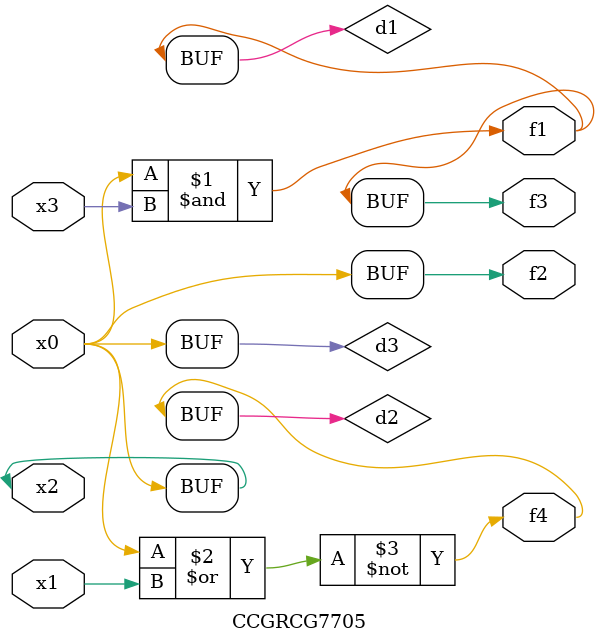
<source format=v>
module CCGRCG7705(
	input x0, x1, x2, x3,
	output f1, f2, f3, f4
);

	wire d1, d2, d3;

	and (d1, x2, x3);
	nor (d2, x0, x1);
	buf (d3, x0, x2);
	assign f1 = d1;
	assign f2 = d3;
	assign f3 = d1;
	assign f4 = d2;
endmodule

</source>
